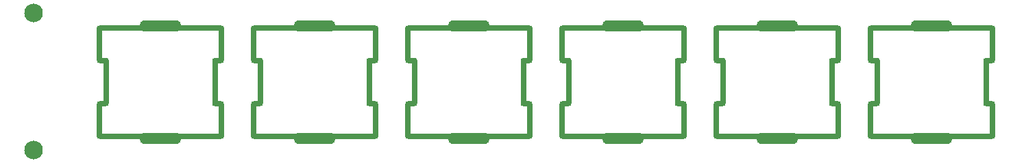
<source format=gbr>
G04 #@! TF.GenerationSoftware,KiCad,Pcbnew,(6.0.2)*
G04 #@! TF.CreationDate,2022-03-15T14:21:33+03:00*
G04 #@! TF.ProjectId,kinesis-top-plate,6b696e65-7369-4732-9d74-6f702d706c61,rev?*
G04 #@! TF.SameCoordinates,Original*
G04 #@! TF.FileFunction,Soldermask,Top*
G04 #@! TF.FilePolarity,Negative*
%FSLAX46Y46*%
G04 Gerber Fmt 4.6, Leading zero omitted, Abs format (unit mm)*
G04 Created by KiCad (PCBNEW (6.0.2)) date 2022-03-15 14:21:33*
%MOMM*%
%LPD*%
G01*
G04 APERTURE LIST*
%ADD10O,15.697600X0.610000*%
%ADD11O,0.610000X4.674000*%
%ADD12O,0.610000X5.944000*%
%ADD13O,5.182000X1.372000*%
%ADD14O,1.435500X0.610000*%
%ADD15C,2.302000*%
G04 APERTURE END LIST*
D10*
X138906250Y-87296625D03*
X138906250Y-73834625D03*
D11*
X146462750Y-85264625D03*
X131349750Y-85264625D03*
X131349750Y-75866625D03*
X146462750Y-75866625D03*
D12*
X132175250Y-80565625D03*
X145637250Y-80565625D03*
D13*
X138906250Y-87550625D03*
X138906250Y-73580625D03*
D14*
X146050000Y-83232625D03*
X131762500Y-83232625D03*
X146050000Y-77898625D03*
X131762500Y-77898625D03*
X112712500Y-77898625D03*
X127000000Y-77898625D03*
X112712500Y-83232625D03*
X127000000Y-83232625D03*
D13*
X119856250Y-73580625D03*
X119856250Y-87550625D03*
D12*
X126587250Y-80565625D03*
X113125250Y-80565625D03*
D11*
X127412750Y-75866625D03*
X112299750Y-75866625D03*
X112299750Y-85264625D03*
X127412750Y-85264625D03*
D10*
X119856250Y-73834625D03*
X119856250Y-87296625D03*
X100806250Y-87296625D03*
X100806250Y-73834625D03*
D11*
X108362750Y-85264625D03*
X93249750Y-85264625D03*
X93249750Y-75866625D03*
X108362750Y-75866625D03*
D12*
X94075250Y-80565625D03*
X107537250Y-80565625D03*
D13*
X100806250Y-87550625D03*
X100806250Y-73580625D03*
D14*
X107950000Y-83232625D03*
X93662500Y-83232625D03*
X107950000Y-77898625D03*
X93662500Y-77898625D03*
X74612500Y-77898625D03*
X88900000Y-77898625D03*
X74612500Y-83232625D03*
X88900000Y-83232625D03*
D13*
X81756250Y-73580625D03*
X81756250Y-87550625D03*
D12*
X88487250Y-80565625D03*
X75025250Y-80565625D03*
D11*
X89312750Y-75866625D03*
X74199750Y-75866625D03*
X74199750Y-85264625D03*
X89312750Y-85264625D03*
D10*
X81756250Y-73834625D03*
X81756250Y-87296625D03*
X62706250Y-87296625D03*
X62706250Y-73834625D03*
D11*
X70262750Y-85264625D03*
X55149750Y-85264625D03*
X55149750Y-75866625D03*
X70262750Y-75866625D03*
D12*
X55975250Y-80565625D03*
X69437250Y-80565625D03*
D13*
X62706250Y-87550625D03*
X62706250Y-73580625D03*
D14*
X69850000Y-83232625D03*
X55562500Y-83232625D03*
X69850000Y-77898625D03*
X55562500Y-77898625D03*
X50800000Y-83232625D03*
X36512500Y-83232625D03*
X50800000Y-77898625D03*
X36512500Y-77898625D03*
D13*
X43656250Y-87550625D03*
X43656250Y-73580625D03*
D12*
X36925250Y-80565625D03*
X50387250Y-80565625D03*
D11*
X36099750Y-85264625D03*
X51212750Y-85264625D03*
X51212750Y-75866625D03*
X36099750Y-75866625D03*
D10*
X43656250Y-87296625D03*
X43656250Y-73834625D03*
D15*
X28000000Y-89000000D03*
X28000000Y-72000000D03*
G36*
X60413385Y-74137989D02*
G01*
X60440338Y-74156932D01*
X60441180Y-74158746D01*
X60440030Y-74160382D01*
X60438623Y-74160487D01*
X60374535Y-74141625D01*
X55580036Y-74141625D01*
X55513297Y-74161221D01*
X55467891Y-74213624D01*
X55456704Y-74265049D01*
X55455359Y-74266529D01*
X55453405Y-74266104D01*
X55452750Y-74264624D01*
X55452750Y-74139625D01*
X55453750Y-74137893D01*
X55454750Y-74137625D01*
X60412235Y-74137625D01*
X60413385Y-74137989D01*
G37*
G36*
X117563385Y-74137989D02*
G01*
X117590338Y-74156932D01*
X117591180Y-74158746D01*
X117590030Y-74160382D01*
X117588623Y-74160487D01*
X117524535Y-74141625D01*
X112730036Y-74141625D01*
X112663297Y-74161221D01*
X112617891Y-74213624D01*
X112606704Y-74265049D01*
X112605359Y-74266529D01*
X112603405Y-74266104D01*
X112602750Y-74264624D01*
X112602750Y-74139625D01*
X112603750Y-74137893D01*
X112604750Y-74137625D01*
X117562235Y-74137625D01*
X117563385Y-74137989D01*
G37*
G36*
X79463385Y-74137989D02*
G01*
X79490338Y-74156932D01*
X79491180Y-74158746D01*
X79490030Y-74160382D01*
X79488623Y-74160487D01*
X79424535Y-74141625D01*
X74630036Y-74141625D01*
X74563297Y-74161221D01*
X74517891Y-74213624D01*
X74506704Y-74265049D01*
X74505359Y-74266529D01*
X74503405Y-74266104D01*
X74502750Y-74264624D01*
X74502750Y-74139625D01*
X74503750Y-74137893D01*
X74504750Y-74137625D01*
X79462235Y-74137625D01*
X79463385Y-74137989D01*
G37*
G36*
X98513385Y-74137989D02*
G01*
X98540338Y-74156932D01*
X98541180Y-74158746D01*
X98540030Y-74160382D01*
X98538623Y-74160487D01*
X98474535Y-74141625D01*
X93680036Y-74141625D01*
X93613297Y-74161221D01*
X93567891Y-74213624D01*
X93556704Y-74265049D01*
X93555359Y-74266529D01*
X93553405Y-74266104D01*
X93552750Y-74264624D01*
X93552750Y-74139625D01*
X93553750Y-74137893D01*
X93554750Y-74137625D01*
X98512235Y-74137625D01*
X98513385Y-74137989D01*
G37*
G36*
X41363385Y-74137989D02*
G01*
X41390338Y-74156932D01*
X41391180Y-74158746D01*
X41390030Y-74160382D01*
X41388623Y-74160487D01*
X41324535Y-74141625D01*
X36530036Y-74141625D01*
X36463297Y-74161221D01*
X36417891Y-74213624D01*
X36406704Y-74265049D01*
X36405359Y-74266529D01*
X36403405Y-74266104D01*
X36402750Y-74264624D01*
X36402750Y-74139625D01*
X36403750Y-74137893D01*
X36404750Y-74137625D01*
X41362235Y-74137625D01*
X41363385Y-74137989D01*
G37*
G36*
X136613385Y-74137989D02*
G01*
X136640338Y-74156932D01*
X136641180Y-74158746D01*
X136640030Y-74160382D01*
X136638623Y-74160487D01*
X136574535Y-74141625D01*
X131780036Y-74141625D01*
X131713297Y-74161221D01*
X131667891Y-74213624D01*
X131656704Y-74265049D01*
X131655359Y-74266529D01*
X131653405Y-74266104D01*
X131652750Y-74264624D01*
X131652750Y-74139625D01*
X131653750Y-74137893D01*
X131654750Y-74137625D01*
X136612235Y-74137625D01*
X136613385Y-74137989D01*
G37*
G36*
X108059482Y-74138625D02*
G01*
X108059750Y-74139625D01*
X108059750Y-74264624D01*
X108058750Y-74266356D01*
X108056750Y-74266356D01*
X108055831Y-74265187D01*
X108036154Y-74198172D01*
X107983751Y-74152766D01*
X107932537Y-74141625D01*
X103137787Y-74141625D01*
X103074169Y-74159868D01*
X103072229Y-74159384D01*
X103071677Y-74157461D01*
X103072485Y-74156297D01*
X103099140Y-74137977D01*
X103100273Y-74137625D01*
X108057750Y-74137625D01*
X108059482Y-74138625D01*
G37*
G36*
X50909482Y-74138625D02*
G01*
X50909750Y-74139625D01*
X50909750Y-74264624D01*
X50908750Y-74266356D01*
X50906750Y-74266356D01*
X50905831Y-74265187D01*
X50886154Y-74198172D01*
X50833751Y-74152766D01*
X50782537Y-74141625D01*
X45987787Y-74141625D01*
X45924169Y-74159868D01*
X45922229Y-74159384D01*
X45921677Y-74157461D01*
X45922485Y-74156297D01*
X45949140Y-74137977D01*
X45950273Y-74137625D01*
X50907750Y-74137625D01*
X50909482Y-74138625D01*
G37*
G36*
X127109482Y-74138625D02*
G01*
X127109750Y-74139625D01*
X127109750Y-74264624D01*
X127108750Y-74266356D01*
X127106750Y-74266356D01*
X127105831Y-74265187D01*
X127086154Y-74198172D01*
X127033751Y-74152766D01*
X126982537Y-74141625D01*
X122187787Y-74141625D01*
X122124169Y-74159868D01*
X122122229Y-74159384D01*
X122121677Y-74157461D01*
X122122485Y-74156297D01*
X122149140Y-74137977D01*
X122150273Y-74137625D01*
X127107750Y-74137625D01*
X127109482Y-74138625D01*
G37*
G36*
X146159482Y-74138625D02*
G01*
X146159750Y-74139625D01*
X146159750Y-74264624D01*
X146158750Y-74266356D01*
X146156750Y-74266356D01*
X146155831Y-74265187D01*
X146136154Y-74198172D01*
X146083751Y-74152766D01*
X146032537Y-74141625D01*
X141237787Y-74141625D01*
X141174169Y-74159868D01*
X141172229Y-74159384D01*
X141171677Y-74157461D01*
X141172485Y-74156297D01*
X141199140Y-74137977D01*
X141200273Y-74137625D01*
X146157750Y-74137625D01*
X146159482Y-74138625D01*
G37*
G36*
X89009482Y-74138625D02*
G01*
X89009750Y-74139625D01*
X89009750Y-74264624D01*
X89008750Y-74266356D01*
X89006750Y-74266356D01*
X89005831Y-74265187D01*
X88986154Y-74198172D01*
X88933751Y-74152766D01*
X88882537Y-74141625D01*
X84087787Y-74141625D01*
X84024169Y-74159868D01*
X84022229Y-74159384D01*
X84021677Y-74157461D01*
X84022485Y-74156297D01*
X84049140Y-74137977D01*
X84050273Y-74137625D01*
X89007750Y-74137625D01*
X89009482Y-74138625D01*
G37*
G36*
X69959482Y-74138625D02*
G01*
X69959750Y-74139625D01*
X69959750Y-74264624D01*
X69958750Y-74266356D01*
X69956750Y-74266356D01*
X69955831Y-74265187D01*
X69936154Y-74198172D01*
X69883751Y-74152766D01*
X69832537Y-74141625D01*
X65037787Y-74141625D01*
X64974169Y-74159868D01*
X64972229Y-74159384D01*
X64971677Y-74157461D01*
X64972485Y-74156297D01*
X64999140Y-74137977D01*
X65000273Y-74137625D01*
X69957750Y-74137625D01*
X69959482Y-74138625D01*
G37*
M02*

</source>
